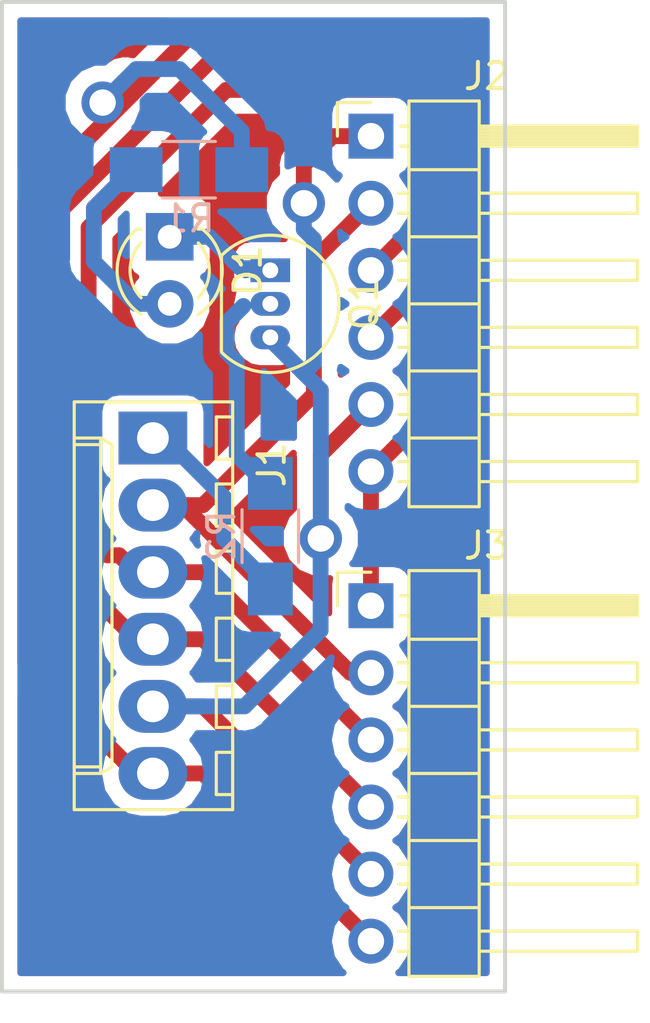
<source format=kicad_pcb>
(kicad_pcb (version 20171130) (host pcbnew 5.0.0-rc2-dev-unknown-5e5e80d~64~ubuntu16.04.1)

  (general
    (thickness 1.6)
    (drawings 4)
    (tracks 101)
    (zones 0)
    (modules 7)
    (nets 10)
  )

  (page A4)
  (layers
    (0 F.Cu signal)
    (31 B.Cu signal)
    (32 B.Adhes user)
    (33 F.Adhes user)
    (34 B.Paste user)
    (35 F.Paste user)
    (36 B.SilkS user)
    (37 F.SilkS user)
    (38 B.Mask user)
    (39 F.Mask user)
    (40 Dwgs.User user)
    (41 Cmts.User user)
    (42 Eco1.User user)
    (43 Eco2.User user)
    (44 Edge.Cuts user)
    (45 Margin user)
    (46 B.CrtYd user)
    (47 F.CrtYd user)
    (48 B.Fab user)
    (49 F.Fab user)
  )

  (setup
    (last_trace_width 0.6)
    (trace_clearance 0.6)
    (zone_clearance 0.508)
    (zone_45_only no)
    (trace_min 0.2)
    (segment_width 0.2)
    (edge_width 0.15)
    (via_size 1.6)
    (via_drill 1)
    (via_min_size 0.4)
    (via_min_drill 0.3)
    (uvia_size 0.3)
    (uvia_drill 0.1)
    (uvias_allowed no)
    (uvia_min_size 0.2)
    (uvia_min_drill 0.1)
    (pcb_text_width 0.3)
    (pcb_text_size 1.5 1.5)
    (mod_edge_width 0.15)
    (mod_text_size 1 1)
    (mod_text_width 0.15)
    (pad_size 1.524 1.524)
    (pad_drill 0.762)
    (pad_to_mask_clearance 0.2)
    (aux_axis_origin 0 0)
    (visible_elements FFFFFF7F)
    (pcbplotparams
      (layerselection 0x01000_ffffffff)
      (usegerberextensions false)
      (usegerberattributes false)
      (usegerberadvancedattributes false)
      (creategerberjobfile false)
      (excludeedgelayer true)
      (linewidth 0.100000)
      (plotframeref false)
      (viasonmask false)
      (mode 1)
      (useauxorigin false)
      (hpglpennumber 1)
      (hpglpenspeed 20)
      (hpglpendiameter 15)
      (psnegative false)
      (psa4output false)
      (plotreference false)
      (plotvalue false)
      (plotinvisibletext false)
      (padsonsilk false)
      (subtractmaskfromsilk false)
      (outputformat 1)
      (mirror false)
      (drillshape 0)
      (scaleselection 1)
      (outputdirectory lpkf_1/))
  )

  (net 0 "")
  (net 1 3.3v)
  (net 2 gnd)
  (net 3 bclk)
  (net 4 dout)
  (net 5 lrcl)
  (net 6 "Net-(D1-Pad2)")
  (net 7 "Net-(D1-Pad1)")
  (net 8 "Net-(J1-Pad1)")
  (net 9 "Net-(Q1-Pad2)")

  (net_class Default "This is the default net class."
    (clearance 0.6)
    (trace_width 0.6)
    (via_dia 1.6)
    (via_drill 1)
    (uvia_dia 0.3)
    (uvia_drill 0.1)
    (add_net 3.3v)
    (add_net "Net-(D1-Pad1)")
    (add_net "Net-(D1-Pad2)")
    (add_net "Net-(J1-Pad1)")
    (add_net "Net-(Q1-Pad2)")
    (add_net bclk)
    (add_net dout)
    (add_net gnd)
    (add_net lrcl)
  )

  (module Pin_Headers:Pin_Header_Angled_1x06_Pitch2.54mm (layer F.Cu) (tedit 5AEA0816) (tstamp 5AEA0DF4)
    (at 171.45 95.25)
    (descr "Through hole angled pin header, 1x06, 2.54mm pitch, 6mm pin length, single row")
    (tags "Through hole angled pin header THT 1x06 2.54mm single row")
    (path /5AEA00EA)
    (fp_text reference J2 (at 4.385 -2.27) (layer F.SilkS)
      (effects (font (size 1 1) (thickness 0.15)))
    )
    (fp_text value Esquerdo (at 4.385 14.97) (layer F.Fab)
      (effects (font (size 1 1) (thickness 0.15)))
    )
    (fp_line (start 2.135 -1.27) (end 4.04 -1.27) (layer F.Fab) (width 0.1))
    (fp_line (start 4.04 -1.27) (end 4.04 13.97) (layer F.Fab) (width 0.1))
    (fp_line (start 4.04 13.97) (end 1.5 13.97) (layer F.Fab) (width 0.1))
    (fp_line (start 1.5 13.97) (end 1.5 -0.635) (layer F.Fab) (width 0.1))
    (fp_line (start 1.5 -0.635) (end 2.135 -1.27) (layer F.Fab) (width 0.1))
    (fp_line (start -0.32 -0.32) (end 1.5 -0.32) (layer F.Fab) (width 0.1))
    (fp_line (start -0.32 -0.32) (end -0.32 0.32) (layer F.Fab) (width 0.1))
    (fp_line (start -0.32 0.32) (end 1.5 0.32) (layer F.Fab) (width 0.1))
    (fp_line (start 4.04 -0.32) (end 10.04 -0.32) (layer F.Fab) (width 0.1))
    (fp_line (start 10.04 -0.32) (end 10.04 0.32) (layer F.Fab) (width 0.1))
    (fp_line (start 4.04 0.32) (end 10.04 0.32) (layer F.Fab) (width 0.1))
    (fp_line (start -0.32 2.22) (end 1.5 2.22) (layer F.Fab) (width 0.1))
    (fp_line (start -0.32 2.22) (end -0.32 2.86) (layer F.Fab) (width 0.1))
    (fp_line (start -0.32 2.86) (end 1.5 2.86) (layer F.Fab) (width 0.1))
    (fp_line (start 4.04 2.22) (end 10.04 2.22) (layer F.Fab) (width 0.1))
    (fp_line (start 10.04 2.22) (end 10.04 2.86) (layer F.Fab) (width 0.1))
    (fp_line (start 4.04 2.86) (end 10.04 2.86) (layer F.Fab) (width 0.1))
    (fp_line (start -0.32 4.76) (end 1.5 4.76) (layer F.Fab) (width 0.1))
    (fp_line (start -0.32 4.76) (end -0.32 5.4) (layer F.Fab) (width 0.1))
    (fp_line (start -0.32 5.4) (end 1.5 5.4) (layer F.Fab) (width 0.1))
    (fp_line (start 4.04 4.76) (end 10.04 4.76) (layer F.Fab) (width 0.1))
    (fp_line (start 10.04 4.76) (end 10.04 5.4) (layer F.Fab) (width 0.1))
    (fp_line (start 4.04 5.4) (end 10.04 5.4) (layer F.Fab) (width 0.1))
    (fp_line (start -0.32 7.3) (end 1.5 7.3) (layer F.Fab) (width 0.1))
    (fp_line (start -0.32 7.3) (end -0.32 7.94) (layer F.Fab) (width 0.1))
    (fp_line (start -0.32 7.94) (end 1.5 7.94) (layer F.Fab) (width 0.1))
    (fp_line (start 4.04 7.3) (end 10.04 7.3) (layer F.Fab) (width 0.1))
    (fp_line (start 10.04 7.3) (end 10.04 7.94) (layer F.Fab) (width 0.1))
    (fp_line (start 4.04 7.94) (end 10.04 7.94) (layer F.Fab) (width 0.1))
    (fp_line (start -0.32 9.84) (end 1.5 9.84) (layer F.Fab) (width 0.1))
    (fp_line (start -0.32 9.84) (end -0.32 10.48) (layer F.Fab) (width 0.1))
    (fp_line (start -0.32 10.48) (end 1.5 10.48) (layer F.Fab) (width 0.1))
    (fp_line (start 4.04 9.84) (end 10.04 9.84) (layer F.Fab) (width 0.1))
    (fp_line (start 10.04 9.84) (end 10.04 10.48) (layer F.Fab) (width 0.1))
    (fp_line (start 4.04 10.48) (end 10.04 10.48) (layer F.Fab) (width 0.1))
    (fp_line (start -0.32 12.38) (end 1.5 12.38) (layer F.Fab) (width 0.1))
    (fp_line (start -0.32 12.38) (end -0.32 13.02) (layer F.Fab) (width 0.1))
    (fp_line (start -0.32 13.02) (end 1.5 13.02) (layer F.Fab) (width 0.1))
    (fp_line (start 4.04 12.38) (end 10.04 12.38) (layer F.Fab) (width 0.1))
    (fp_line (start 10.04 12.38) (end 10.04 13.02) (layer F.Fab) (width 0.1))
    (fp_line (start 4.04 13.02) (end 10.04 13.02) (layer F.Fab) (width 0.1))
    (fp_line (start 1.44 -1.33) (end 1.44 14.03) (layer F.SilkS) (width 0.12))
    (fp_line (start 1.44 14.03) (end 4.1 14.03) (layer F.SilkS) (width 0.12))
    (fp_line (start 4.1 14.03) (end 4.1 -1.33) (layer F.SilkS) (width 0.12))
    (fp_line (start 4.1 -1.33) (end 1.44 -1.33) (layer F.SilkS) (width 0.12))
    (fp_line (start 4.1 -0.38) (end 10.1 -0.38) (layer F.SilkS) (width 0.12))
    (fp_line (start 10.1 -0.38) (end 10.1 0.38) (layer F.SilkS) (width 0.12))
    (fp_line (start 10.1 0.38) (end 4.1 0.38) (layer F.SilkS) (width 0.12))
    (fp_line (start 4.1 -0.32) (end 10.1 -0.32) (layer F.SilkS) (width 0.12))
    (fp_line (start 4.1 -0.2) (end 10.1 -0.2) (layer F.SilkS) (width 0.12))
    (fp_line (start 4.1 -0.08) (end 10.1 -0.08) (layer F.SilkS) (width 0.12))
    (fp_line (start 4.1 0.04) (end 10.1 0.04) (layer F.SilkS) (width 0.12))
    (fp_line (start 4.1 0.16) (end 10.1 0.16) (layer F.SilkS) (width 0.12))
    (fp_line (start 4.1 0.28) (end 10.1 0.28) (layer F.SilkS) (width 0.12))
    (fp_line (start 1.11 -0.38) (end 1.44 -0.38) (layer F.SilkS) (width 0.12))
    (fp_line (start 1.11 0.38) (end 1.44 0.38) (layer F.SilkS) (width 0.12))
    (fp_line (start 1.44 1.27) (end 4.1 1.27) (layer F.SilkS) (width 0.12))
    (fp_line (start 4.1 2.16) (end 10.1 2.16) (layer F.SilkS) (width 0.12))
    (fp_line (start 10.1 2.16) (end 10.1 2.92) (layer F.SilkS) (width 0.12))
    (fp_line (start 10.1 2.92) (end 4.1 2.92) (layer F.SilkS) (width 0.12))
    (fp_line (start 1.042929 2.16) (end 1.44 2.16) (layer F.SilkS) (width 0.12))
    (fp_line (start 1.042929 2.92) (end 1.44 2.92) (layer F.SilkS) (width 0.12))
    (fp_line (start 1.44 3.81) (end 4.1 3.81) (layer F.SilkS) (width 0.12))
    (fp_line (start 4.1 4.7) (end 10.1 4.7) (layer F.SilkS) (width 0.12))
    (fp_line (start 10.1 4.7) (end 10.1 5.46) (layer F.SilkS) (width 0.12))
    (fp_line (start 10.1 5.46) (end 4.1 5.46) (layer F.SilkS) (width 0.12))
    (fp_line (start 1.042929 4.7) (end 1.44 4.7) (layer F.SilkS) (width 0.12))
    (fp_line (start 1.042929 5.46) (end 1.44 5.46) (layer F.SilkS) (width 0.12))
    (fp_line (start 1.44 6.35) (end 4.1 6.35) (layer F.SilkS) (width 0.12))
    (fp_line (start 4.1 7.24) (end 10.1 7.24) (layer F.SilkS) (width 0.12))
    (fp_line (start 10.1 7.24) (end 10.1 8) (layer F.SilkS) (width 0.12))
    (fp_line (start 10.1 8) (end 4.1 8) (layer F.SilkS) (width 0.12))
    (fp_line (start 1.042929 7.24) (end 1.44 7.24) (layer F.SilkS) (width 0.12))
    (fp_line (start 1.042929 8) (end 1.44 8) (layer F.SilkS) (width 0.12))
    (fp_line (start 1.44 8.89) (end 4.1 8.89) (layer F.SilkS) (width 0.12))
    (fp_line (start 4.1 9.78) (end 10.1 9.78) (layer F.SilkS) (width 0.12))
    (fp_line (start 10.1 9.78) (end 10.1 10.54) (layer F.SilkS) (width 0.12))
    (fp_line (start 10.1 10.54) (end 4.1 10.54) (layer F.SilkS) (width 0.12))
    (fp_line (start 1.042929 9.78) (end 1.44 9.78) (layer F.SilkS) (width 0.12))
    (fp_line (start 1.042929 10.54) (end 1.44 10.54) (layer F.SilkS) (width 0.12))
    (fp_line (start 1.44 11.43) (end 4.1 11.43) (layer F.SilkS) (width 0.12))
    (fp_line (start 4.1 12.32) (end 10.1 12.32) (layer F.SilkS) (width 0.12))
    (fp_line (start 10.1 12.32) (end 10.1 13.08) (layer F.SilkS) (width 0.12))
    (fp_line (start 10.1 13.08) (end 4.1 13.08) (layer F.SilkS) (width 0.12))
    (fp_line (start 1.042929 12.32) (end 1.44 12.32) (layer F.SilkS) (width 0.12))
    (fp_line (start 1.042929 13.08) (end 1.44 13.08) (layer F.SilkS) (width 0.12))
    (fp_line (start -1.27 0) (end -1.27 -1.27) (layer F.SilkS) (width 0.12))
    (fp_line (start -1.27 -1.27) (end 0 -1.27) (layer F.SilkS) (width 0.12))
    (fp_line (start -1.8 -1.8) (end -1.8 14.5) (layer F.CrtYd) (width 0.05))
    (fp_line (start -1.8 14.5) (end 10.55 14.5) (layer F.CrtYd) (width 0.05))
    (fp_line (start 10.55 14.5) (end 10.55 -1.8) (layer F.CrtYd) (width 0.05))
    (fp_line (start 10.55 -1.8) (end -1.8 -1.8) (layer F.CrtYd) (width 0.05))
    (fp_text user %R (at 2.77 6.35 90) (layer F.Fab)
      (effects (font (size 1 1) (thickness 0.15)))
    )
    (pad 1 thru_hole rect (at 0 0) (size 1.7 1.7) (drill 1) (layers *.Cu *.Mask)
      (net 2 gnd))
    (pad 2 thru_hole oval (at 0 2.54) (size 1.7 1.7) (drill 1) (layers *.Cu *.Mask)
      (net 5 lrcl))
    (pad 3 thru_hole oval (at 0 5.08) (size 1.7 1.7) (drill 1) (layers *.Cu *.Mask)
      (net 4 dout))
    (pad 4 thru_hole oval (at 0 7.62) (size 1.7 1.7) (drill 1) (layers *.Cu *.Mask)
      (net 3 bclk))
    (pad 5 thru_hole oval (at 0 10.16) (size 1.7 1.7) (drill 1) (layers *.Cu *.Mask)
      (net 2 gnd))
    (pad 6 thru_hole oval (at 0 12.7) (size 1.7 1.7) (drill 1) (layers *.Cu *.Mask)
      (net 1 3.3v))
    (model ${KISYS3DMOD}/Pin_Headers.3dshapes/Pin_Header_Angled_1x06_Pitch2.54mm.wrl
      (at (xyz 0 0 0))
      (scale (xyz 1 1 1))
      (rotate (xyz 0 0 0))
    )
  )

  (module TO_SOT_Packages_THT:TO-92_Inline_Narrow_Oval (layer F.Cu) (tedit 58CE52AF) (tstamp 5AED9EB5)
    (at 167.64 100.33 270)
    (descr "TO-92 leads in-line, narrow, oval pads, drill 0.6mm (see NXP sot054_po.pdf)")
    (tags "to-92 sc-43 sc-43a sot54 PA33 transistor")
    (path /5AED99AB)
    (fp_text reference Q1 (at 1.27 -3.56 270) (layer F.SilkS)
      (effects (font (size 1 1) (thickness 0.15)))
    )
    (fp_text value BC548 (at 1.27 2.79 270) (layer F.Fab)
      (effects (font (size 1 1) (thickness 0.15)))
    )
    (fp_arc (start 1.27 0) (end 1.27 -2.6) (angle 135) (layer F.SilkS) (width 0.12))
    (fp_arc (start 1.27 0) (end 1.27 -2.48) (angle -135) (layer F.Fab) (width 0.1))
    (fp_arc (start 1.27 0) (end 1.27 -2.6) (angle -135) (layer F.SilkS) (width 0.12))
    (fp_arc (start 1.27 0) (end 1.27 -2.48) (angle 135) (layer F.Fab) (width 0.1))
    (fp_line (start 4 2.01) (end -1.46 2.01) (layer F.CrtYd) (width 0.05))
    (fp_line (start 4 2.01) (end 4 -2.73) (layer F.CrtYd) (width 0.05))
    (fp_line (start -1.46 -2.73) (end -1.46 2.01) (layer F.CrtYd) (width 0.05))
    (fp_line (start -1.46 -2.73) (end 4 -2.73) (layer F.CrtYd) (width 0.05))
    (fp_line (start -0.5 1.75) (end 3 1.75) (layer F.Fab) (width 0.1))
    (fp_line (start -0.53 1.85) (end 3.07 1.85) (layer F.SilkS) (width 0.12))
    (fp_text user %R (at 1.27 -3.56 270) (layer F.Fab)
      (effects (font (size 1 1) (thickness 0.15)))
    )
    (pad 1 thru_hole rect (at 0 0 90) (size 0.9 1.5) (drill 0.6) (layers *.Cu *.Mask)
      (net 7 "Net-(D1-Pad1)"))
    (pad 3 thru_hole oval (at 2.54 0 90) (size 0.9 1.5) (drill 0.6) (layers *.Cu *.Mask)
      (net 2 gnd))
    (pad 2 thru_hole oval (at 1.27 0 90) (size 0.9 1.5) (drill 0.6) (layers *.Cu *.Mask)
      (net 9 "Net-(Q1-Pad2)"))
    (model ${KISYS3DMOD}/TO_SOT_Packages_THT.3dshapes/TO-92_Inline_Narrow_Oval.wrl
      (offset (xyz 1.269999980926514 0 0))
      (scale (xyz 1 1 1))
      (rotate (xyz 0 0 -90))
    )
  )

  (module Pin_Headers:Pin_Header_Angled_1x06_Pitch2.54mm (layer F.Cu) (tedit 59650532) (tstamp 5AEA0733)
    (at 171.45 113.03)
    (descr "Through hole angled pin header, 1x06, 2.54mm pitch, 6mm pin length, single row")
    (tags "Through hole angled pin header THT 1x06 2.54mm single row")
    (path /5AEA00A4)
    (fp_text reference J3 (at 4.385 -2.27) (layer F.SilkS)
      (effects (font (size 1 1) (thickness 0.15)))
    )
    (fp_text value Direito (at 4.385 14.97) (layer F.Fab)
      (effects (font (size 1 1) (thickness 0.15)))
    )
    (fp_text user %R (at 2.77 6.35 90) (layer F.Fab)
      (effects (font (size 1 1) (thickness 0.15)))
    )
    (fp_line (start 10.55 -1.8) (end -1.8 -1.8) (layer F.CrtYd) (width 0.05))
    (fp_line (start 10.55 14.5) (end 10.55 -1.8) (layer F.CrtYd) (width 0.05))
    (fp_line (start -1.8 14.5) (end 10.55 14.5) (layer F.CrtYd) (width 0.05))
    (fp_line (start -1.8 -1.8) (end -1.8 14.5) (layer F.CrtYd) (width 0.05))
    (fp_line (start -1.27 -1.27) (end 0 -1.27) (layer F.SilkS) (width 0.12))
    (fp_line (start -1.27 0) (end -1.27 -1.27) (layer F.SilkS) (width 0.12))
    (fp_line (start 1.042929 13.08) (end 1.44 13.08) (layer F.SilkS) (width 0.12))
    (fp_line (start 1.042929 12.32) (end 1.44 12.32) (layer F.SilkS) (width 0.12))
    (fp_line (start 10.1 13.08) (end 4.1 13.08) (layer F.SilkS) (width 0.12))
    (fp_line (start 10.1 12.32) (end 10.1 13.08) (layer F.SilkS) (width 0.12))
    (fp_line (start 4.1 12.32) (end 10.1 12.32) (layer F.SilkS) (width 0.12))
    (fp_line (start 1.44 11.43) (end 4.1 11.43) (layer F.SilkS) (width 0.12))
    (fp_line (start 1.042929 10.54) (end 1.44 10.54) (layer F.SilkS) (width 0.12))
    (fp_line (start 1.042929 9.78) (end 1.44 9.78) (layer F.SilkS) (width 0.12))
    (fp_line (start 10.1 10.54) (end 4.1 10.54) (layer F.SilkS) (width 0.12))
    (fp_line (start 10.1 9.78) (end 10.1 10.54) (layer F.SilkS) (width 0.12))
    (fp_line (start 4.1 9.78) (end 10.1 9.78) (layer F.SilkS) (width 0.12))
    (fp_line (start 1.44 8.89) (end 4.1 8.89) (layer F.SilkS) (width 0.12))
    (fp_line (start 1.042929 8) (end 1.44 8) (layer F.SilkS) (width 0.12))
    (fp_line (start 1.042929 7.24) (end 1.44 7.24) (layer F.SilkS) (width 0.12))
    (fp_line (start 10.1 8) (end 4.1 8) (layer F.SilkS) (width 0.12))
    (fp_line (start 10.1 7.24) (end 10.1 8) (layer F.SilkS) (width 0.12))
    (fp_line (start 4.1 7.24) (end 10.1 7.24) (layer F.SilkS) (width 0.12))
    (fp_line (start 1.44 6.35) (end 4.1 6.35) (layer F.SilkS) (width 0.12))
    (fp_line (start 1.042929 5.46) (end 1.44 5.46) (layer F.SilkS) (width 0.12))
    (fp_line (start 1.042929 4.7) (end 1.44 4.7) (layer F.SilkS) (width 0.12))
    (fp_line (start 10.1 5.46) (end 4.1 5.46) (layer F.SilkS) (width 0.12))
    (fp_line (start 10.1 4.7) (end 10.1 5.46) (layer F.SilkS) (width 0.12))
    (fp_line (start 4.1 4.7) (end 10.1 4.7) (layer F.SilkS) (width 0.12))
    (fp_line (start 1.44 3.81) (end 4.1 3.81) (layer F.SilkS) (width 0.12))
    (fp_line (start 1.042929 2.92) (end 1.44 2.92) (layer F.SilkS) (width 0.12))
    (fp_line (start 1.042929 2.16) (end 1.44 2.16) (layer F.SilkS) (width 0.12))
    (fp_line (start 10.1 2.92) (end 4.1 2.92) (layer F.SilkS) (width 0.12))
    (fp_line (start 10.1 2.16) (end 10.1 2.92) (layer F.SilkS) (width 0.12))
    (fp_line (start 4.1 2.16) (end 10.1 2.16) (layer F.SilkS) (width 0.12))
    (fp_line (start 1.44 1.27) (end 4.1 1.27) (layer F.SilkS) (width 0.12))
    (fp_line (start 1.11 0.38) (end 1.44 0.38) (layer F.SilkS) (width 0.12))
    (fp_line (start 1.11 -0.38) (end 1.44 -0.38) (layer F.SilkS) (width 0.12))
    (fp_line (start 4.1 0.28) (end 10.1 0.28) (layer F.SilkS) (width 0.12))
    (fp_line (start 4.1 0.16) (end 10.1 0.16) (layer F.SilkS) (width 0.12))
    (fp_line (start 4.1 0.04) (end 10.1 0.04) (layer F.SilkS) (width 0.12))
    (fp_line (start 4.1 -0.08) (end 10.1 -0.08) (layer F.SilkS) (width 0.12))
    (fp_line (start 4.1 -0.2) (end 10.1 -0.2) (layer F.SilkS) (width 0.12))
    (fp_line (start 4.1 -0.32) (end 10.1 -0.32) (layer F.SilkS) (width 0.12))
    (fp_line (start 10.1 0.38) (end 4.1 0.38) (layer F.SilkS) (width 0.12))
    (fp_line (start 10.1 -0.38) (end 10.1 0.38) (layer F.SilkS) (width 0.12))
    (fp_line (start 4.1 -0.38) (end 10.1 -0.38) (layer F.SilkS) (width 0.12))
    (fp_line (start 4.1 -1.33) (end 1.44 -1.33) (layer F.SilkS) (width 0.12))
    (fp_line (start 4.1 14.03) (end 4.1 -1.33) (layer F.SilkS) (width 0.12))
    (fp_line (start 1.44 14.03) (end 4.1 14.03) (layer F.SilkS) (width 0.12))
    (fp_line (start 1.44 -1.33) (end 1.44 14.03) (layer F.SilkS) (width 0.12))
    (fp_line (start 4.04 13.02) (end 10.04 13.02) (layer F.Fab) (width 0.1))
    (fp_line (start 10.04 12.38) (end 10.04 13.02) (layer F.Fab) (width 0.1))
    (fp_line (start 4.04 12.38) (end 10.04 12.38) (layer F.Fab) (width 0.1))
    (fp_line (start -0.32 13.02) (end 1.5 13.02) (layer F.Fab) (width 0.1))
    (fp_line (start -0.32 12.38) (end -0.32 13.02) (layer F.Fab) (width 0.1))
    (fp_line (start -0.32 12.38) (end 1.5 12.38) (layer F.Fab) (width 0.1))
    (fp_line (start 4.04 10.48) (end 10.04 10.48) (layer F.Fab) (width 0.1))
    (fp_line (start 10.04 9.84) (end 10.04 10.48) (layer F.Fab) (width 0.1))
    (fp_line (start 4.04 9.84) (end 10.04 9.84) (layer F.Fab) (width 0.1))
    (fp_line (start -0.32 10.48) (end 1.5 10.48) (layer F.Fab) (width 0.1))
    (fp_line (start -0.32 9.84) (end -0.32 10.48) (layer F.Fab) (width 0.1))
    (fp_line (start -0.32 9.84) (end 1.5 9.84) (layer F.Fab) (width 0.1))
    (fp_line (start 4.04 7.94) (end 10.04 7.94) (layer F.Fab) (width 0.1))
    (fp_line (start 10.04 7.3) (end 10.04 7.94) (layer F.Fab) (width 0.1))
    (fp_line (start 4.04 7.3) (end 10.04 7.3) (layer F.Fab) (width 0.1))
    (fp_line (start -0.32 7.94) (end 1.5 7.94) (layer F.Fab) (width 0.1))
    (fp_line (start -0.32 7.3) (end -0.32 7.94) (layer F.Fab) (width 0.1))
    (fp_line (start -0.32 7.3) (end 1.5 7.3) (layer F.Fab) (width 0.1))
    (fp_line (start 4.04 5.4) (end 10.04 5.4) (layer F.Fab) (width 0.1))
    (fp_line (start 10.04 4.76) (end 10.04 5.4) (layer F.Fab) (width 0.1))
    (fp_line (start 4.04 4.76) (end 10.04 4.76) (layer F.Fab) (width 0.1))
    (fp_line (start -0.32 5.4) (end 1.5 5.4) (layer F.Fab) (width 0.1))
    (fp_line (start -0.32 4.76) (end -0.32 5.4) (layer F.Fab) (width 0.1))
    (fp_line (start -0.32 4.76) (end 1.5 4.76) (layer F.Fab) (width 0.1))
    (fp_line (start 4.04 2.86) (end 10.04 2.86) (layer F.Fab) (width 0.1))
    (fp_line (start 10.04 2.22) (end 10.04 2.86) (layer F.Fab) (width 0.1))
    (fp_line (start 4.04 2.22) (end 10.04 2.22) (layer F.Fab) (width 0.1))
    (fp_line (start -0.32 2.86) (end 1.5 2.86) (layer F.Fab) (width 0.1))
    (fp_line (start -0.32 2.22) (end -0.32 2.86) (layer F.Fab) (width 0.1))
    (fp_line (start -0.32 2.22) (end 1.5 2.22) (layer F.Fab) (width 0.1))
    (fp_line (start 4.04 0.32) (end 10.04 0.32) (layer F.Fab) (width 0.1))
    (fp_line (start 10.04 -0.32) (end 10.04 0.32) (layer F.Fab) (width 0.1))
    (fp_line (start 4.04 -0.32) (end 10.04 -0.32) (layer F.Fab) (width 0.1))
    (fp_line (start -0.32 0.32) (end 1.5 0.32) (layer F.Fab) (width 0.1))
    (fp_line (start -0.32 -0.32) (end -0.32 0.32) (layer F.Fab) (width 0.1))
    (fp_line (start -0.32 -0.32) (end 1.5 -0.32) (layer F.Fab) (width 0.1))
    (fp_line (start 1.5 -0.635) (end 2.135 -1.27) (layer F.Fab) (width 0.1))
    (fp_line (start 1.5 13.97) (end 1.5 -0.635) (layer F.Fab) (width 0.1))
    (fp_line (start 4.04 13.97) (end 1.5 13.97) (layer F.Fab) (width 0.1))
    (fp_line (start 4.04 -1.27) (end 4.04 13.97) (layer F.Fab) (width 0.1))
    (fp_line (start 2.135 -1.27) (end 4.04 -1.27) (layer F.Fab) (width 0.1))
    (pad 6 thru_hole oval (at 0 12.7) (size 1.7 1.7) (drill 1) (layers *.Cu *.Mask)
      (net 1 3.3v))
    (pad 5 thru_hole oval (at 0 10.16) (size 1.7 1.7) (drill 1) (layers *.Cu *.Mask)
      (net 2 gnd))
    (pad 4 thru_hole oval (at 0 7.62) (size 1.7 1.7) (drill 1) (layers *.Cu *.Mask)
      (net 3 bclk))
    (pad 3 thru_hole oval (at 0 5.08) (size 1.7 1.7) (drill 1) (layers *.Cu *.Mask)
      (net 4 dout))
    (pad 2 thru_hole oval (at 0 2.54) (size 1.7 1.7) (drill 1) (layers *.Cu *.Mask)
      (net 5 lrcl))
    (pad 1 thru_hole rect (at 0 0) (size 1.7 1.7) (drill 1) (layers *.Cu *.Mask)
      (net 1 3.3v))
    (model ${KISYS3DMOD}/Pin_Headers.3dshapes/Pin_Header_Angled_1x06_Pitch2.54mm.wrl
      (at (xyz 0 0 0))
      (scale (xyz 1 1 1))
      (rotate (xyz 0 0 0))
    )
  )

  (module LEDs:LED_D3.0mm (layer F.Cu) (tedit 587A3A7B) (tstamp 5AED9A90)
    (at 163.83 99.06 270)
    (descr "LED, diameter 3.0mm, 2 pins")
    (tags "LED diameter 3.0mm 2 pins")
    (path /5AECD9B1)
    (fp_text reference D1 (at 1.27 -2.96 270) (layer F.SilkS)
      (effects (font (size 1 1) (thickness 0.15)))
    )
    (fp_text value LED (at 1.27 2.96 270) (layer F.Fab)
      (effects (font (size 1 1) (thickness 0.15)))
    )
    (fp_line (start 3.7 -2.25) (end -1.15 -2.25) (layer F.CrtYd) (width 0.05))
    (fp_line (start 3.7 2.25) (end 3.7 -2.25) (layer F.CrtYd) (width 0.05))
    (fp_line (start -1.15 2.25) (end 3.7 2.25) (layer F.CrtYd) (width 0.05))
    (fp_line (start -1.15 -2.25) (end -1.15 2.25) (layer F.CrtYd) (width 0.05))
    (fp_line (start -0.29 1.08) (end -0.29 1.236) (layer F.SilkS) (width 0.12))
    (fp_line (start -0.29 -1.236) (end -0.29 -1.08) (layer F.SilkS) (width 0.12))
    (fp_line (start -0.23 -1.16619) (end -0.23 1.16619) (layer F.Fab) (width 0.1))
    (fp_circle (center 1.27 0) (end 2.77 0) (layer F.Fab) (width 0.1))
    (fp_arc (start 1.27 0) (end 0.229039 1.08) (angle -87.9) (layer F.SilkS) (width 0.12))
    (fp_arc (start 1.27 0) (end 0.229039 -1.08) (angle 87.9) (layer F.SilkS) (width 0.12))
    (fp_arc (start 1.27 0) (end -0.29 1.235516) (angle -108.8) (layer F.SilkS) (width 0.12))
    (fp_arc (start 1.27 0) (end -0.29 -1.235516) (angle 108.8) (layer F.SilkS) (width 0.12))
    (fp_arc (start 1.27 0) (end -0.23 -1.16619) (angle 284.3) (layer F.Fab) (width 0.1))
    (pad 2 thru_hole circle (at 2.54 0 270) (size 1.8 1.8) (drill 0.9) (layers *.Cu *.Mask)
      (net 6 "Net-(D1-Pad2)"))
    (pad 1 thru_hole rect (at 0 0 270) (size 1.8 1.8) (drill 0.9) (layers *.Cu *.Mask)
      (net 7 "Net-(D1-Pad1)"))
    (model ${KISYS3DMOD}/LEDs.3dshapes/LED_D3.0mm.wrl
      (at (xyz 0 0 0))
      (scale (xyz 0.393701 0.393701 0.393701))
      (rotate (xyz 0 0 0))
    )
  )

  (module Resistors_SMD:R_1206_HandSoldering (layer B.Cu) (tedit 5AED987B) (tstamp 5AEDAE42)
    (at 164.56 96.52)
    (descr "Resistor SMD 1206, hand soldering")
    (tags "resistor 1206")
    (path /5AECE167)
    (attr smd)
    (fp_text reference R1 (at 0 1.85) (layer B.SilkS)
      (effects (font (size 1 1) (thickness 0.15)) (justify mirror))
    )
    (fp_text value 100 (at 0 -1.9) (layer B.Fab)
      (effects (font (size 1 1) (thickness 0.15)) (justify mirror))
    )
    (fp_line (start 3.25 -1.1) (end -3.25 -1.1) (layer B.CrtYd) (width 0.05))
    (fp_line (start 3.25 -1.1) (end 3.25 1.11) (layer B.CrtYd) (width 0.05))
    (fp_line (start -3.25 1.11) (end -3.25 -1.1) (layer B.CrtYd) (width 0.05))
    (fp_line (start -3.25 1.11) (end 3.25 1.11) (layer B.CrtYd) (width 0.05))
    (fp_line (start -1 1.07) (end 1 1.07) (layer B.SilkS) (width 0.12))
    (fp_line (start 1 -1.07) (end -1 -1.07) (layer B.SilkS) (width 0.12))
    (fp_line (start -1.6 0.8) (end 1.6 0.8) (layer B.Fab) (width 0.1))
    (fp_line (start 1.6 0.8) (end 1.6 -0.8) (layer B.Fab) (width 0.1))
    (fp_line (start 1.6 -0.8) (end -1.6 -0.8) (layer B.Fab) (width 0.1))
    (fp_line (start -1.6 -0.8) (end -1.6 0.8) (layer B.Fab) (width 0.1))
    (fp_text user %R (at 0 0) (layer B.Fab)
      (effects (font (size 0.7 0.7) (thickness 0.105)) (justify mirror))
    )
    (pad 2 smd rect (at 2 0) (size 2 1.7) (layers B.Cu B.Paste B.Mask)
      (net 1 3.3v))
    (pad 1 smd rect (at -2 0) (size 2 1.7) (layers B.Cu B.Paste B.Mask)
      (net 6 "Net-(D1-Pad2)"))
    (model ${KISYS3DMOD}/Resistors_SMD.3dshapes/R_1206.wrl
      (at (xyz 0 0 0))
      (scale (xyz 1 1 1))
      (rotate (xyz 0 0 0))
    )
  )

  (module Resistors_SMD:R_1206_HandSoldering (layer B.Cu) (tedit 5AED96C3) (tstamp 5AEDA9FA)
    (at 167.64 110.395 270)
    (descr "Resistor SMD 1206, hand soldering")
    (tags "resistor 1206")
    (path /5AEDC4DD)
    (attr smd)
    (fp_text reference R2 (at 0 1.85 270) (layer B.SilkS)
      (effects (font (size 1 1) (thickness 0.15)) (justify mirror))
    )
    (fp_text value 2700 (at 0 -1.9 270) (layer B.Fab)
      (effects (font (size 1 1) (thickness 0.15)) (justify mirror))
    )
    (fp_text user %R (at 0 0 270) (layer B.Fab)
      (effects (font (size 0.7 0.7) (thickness 0.105)) (justify mirror))
    )
    (fp_line (start -1.6 -0.8) (end -1.6 0.8) (layer B.Fab) (width 0.1))
    (fp_line (start 1.6 -0.8) (end -1.6 -0.8) (layer B.Fab) (width 0.1))
    (fp_line (start 1.6 0.8) (end 1.6 -0.8) (layer B.Fab) (width 0.1))
    (fp_line (start -1.6 0.8) (end 1.6 0.8) (layer B.Fab) (width 0.1))
    (fp_line (start 1 -1.07) (end -1 -1.07) (layer B.SilkS) (width 0.12))
    (fp_line (start -1 1.07) (end 1 1.07) (layer B.SilkS) (width 0.12))
    (fp_line (start -3.25 1.11) (end 3.25 1.11) (layer B.CrtYd) (width 0.05))
    (fp_line (start -3.25 1.11) (end -3.25 -1.1) (layer B.CrtYd) (width 0.05))
    (fp_line (start 3.25 -1.1) (end 3.25 1.11) (layer B.CrtYd) (width 0.05))
    (fp_line (start 3.25 -1.1) (end -3.25 -1.1) (layer B.CrtYd) (width 0.05))
    (pad 1 smd rect (at -2 0 270) (size 2 1.7) (layers B.Cu B.Paste B.Mask)
      (net 9 "Net-(Q1-Pad2)"))
    (pad 2 smd rect (at 2 0 270) (size 2 1.7) (layers B.Cu B.Paste B.Mask)
      (net 8 "Net-(J1-Pad1)"))
    (model ${KISYS3DMOD}/Resistors_SMD.3dshapes/R_1206.wrl
      (at (xyz 0 0 0))
      (scale (xyz 1 1 1))
      (rotate (xyz 0 0 0))
    )
  )

  (module Connectors_Molex:Molex_KK-6410-06_06x2.54mm_Straight (layer F.Cu) (tedit 58EE6EEB) (tstamp 5AEDB4F8)
    (at 163.195 106.68 270)
    (descr "Connector Headers with Friction Lock, 22-27-2061, http://www.molex.com/pdm_docs/sd/022272021_sd.pdf")
    (tags "connector molex kk_6410 22-27-2061")
    (path /5AECD865)
    (fp_text reference J1 (at 1 -4.5 270) (layer F.SilkS)
      (effects (font (size 1 1) (thickness 0.15)))
    )
    (fp_text value Conn_01x06 (at 6.35 4.5 270) (layer F.Fab)
      (effects (font (size 1 1) (thickness 0.15)))
    )
    (fp_text user %R (at 6.35 0 270) (layer F.Fab)
      (effects (font (size 1 1) (thickness 0.15)))
    )
    (fp_line (start 14.6 3.5) (end -1.9 3.5) (layer F.CrtYd) (width 0.05))
    (fp_line (start 14.6 -3.55) (end 14.6 3.5) (layer F.CrtYd) (width 0.05))
    (fp_line (start -1.9 -3.55) (end 14.6 -3.55) (layer F.CrtYd) (width 0.05))
    (fp_line (start -1.9 3.5) (end -1.9 -3.55) (layer F.CrtYd) (width 0.05))
    (fp_line (start 13.5 -2.4) (end 13.5 -3.02) (layer F.SilkS) (width 0.12))
    (fp_line (start 11.9 -2.4) (end 13.5 -2.4) (layer F.SilkS) (width 0.12))
    (fp_line (start 11.9 -3.02) (end 11.9 -2.4) (layer F.SilkS) (width 0.12))
    (fp_line (start 10.96 -2.4) (end 10.96 -3.02) (layer F.SilkS) (width 0.12))
    (fp_line (start 9.36 -2.4) (end 10.96 -2.4) (layer F.SilkS) (width 0.12))
    (fp_line (start 9.36 -3.02) (end 9.36 -2.4) (layer F.SilkS) (width 0.12))
    (fp_line (start 8.42 -2.4) (end 8.42 -3.02) (layer F.SilkS) (width 0.12))
    (fp_line (start 6.82 -2.4) (end 8.42 -2.4) (layer F.SilkS) (width 0.12))
    (fp_line (start 6.82 -3.02) (end 6.82 -2.4) (layer F.SilkS) (width 0.12))
    (fp_line (start 5.88 -2.4) (end 5.88 -3.02) (layer F.SilkS) (width 0.12))
    (fp_line (start 4.28 -2.4) (end 5.88 -2.4) (layer F.SilkS) (width 0.12))
    (fp_line (start 4.28 -3.02) (end 4.28 -2.4) (layer F.SilkS) (width 0.12))
    (fp_line (start 3.34 -2.4) (end 3.34 -3.02) (layer F.SilkS) (width 0.12))
    (fp_line (start 1.74 -2.4) (end 3.34 -2.4) (layer F.SilkS) (width 0.12))
    (fp_line (start 1.74 -3.02) (end 1.74 -2.4) (layer F.SilkS) (width 0.12))
    (fp_line (start 0.8 -2.4) (end 0.8 -3.02) (layer F.SilkS) (width 0.12))
    (fp_line (start -0.8 -2.4) (end 0.8 -2.4) (layer F.SilkS) (width 0.12))
    (fp_line (start -0.8 -3.02) (end -0.8 -2.4) (layer F.SilkS) (width 0.12))
    (fp_line (start 12.45 2.98) (end 12.45 1.98) (layer F.SilkS) (width 0.12))
    (fp_line (start 0.25 2.98) (end 0.25 1.98) (layer F.SilkS) (width 0.12))
    (fp_line (start 12.45 1.55) (end 12.7 1.98) (layer F.SilkS) (width 0.12))
    (fp_line (start 0.25 1.55) (end 12.45 1.55) (layer F.SilkS) (width 0.12))
    (fp_line (start 0 1.98) (end 0.25 1.55) (layer F.SilkS) (width 0.12))
    (fp_line (start 12.7 1.98) (end 12.7 2.98) (layer F.SilkS) (width 0.12))
    (fp_line (start 0 1.98) (end 12.7 1.98) (layer F.SilkS) (width 0.12))
    (fp_line (start 0 2.98) (end 0 1.98) (layer F.SilkS) (width 0.12))
    (fp_line (start 14.07 -3.02) (end -1.37 -3.02) (layer F.SilkS) (width 0.12))
    (fp_line (start 14.07 2.98) (end 14.07 -3.02) (layer F.SilkS) (width 0.12))
    (fp_line (start -1.37 2.98) (end 14.07 2.98) (layer F.SilkS) (width 0.12))
    (fp_line (start -1.37 -3.02) (end -1.37 2.98) (layer F.SilkS) (width 0.12))
    (fp_line (start 14.17 -3.12) (end -1.47 -3.12) (layer F.Fab) (width 0.12))
    (fp_line (start 14.17 3.08) (end 14.17 -3.12) (layer F.Fab) (width 0.12))
    (fp_line (start -1.47 3.08) (end 14.17 3.08) (layer F.Fab) (width 0.12))
    (fp_line (start -1.47 -3.12) (end -1.47 3.08) (layer F.Fab) (width 0.12))
    (pad 6 thru_hole oval (at 12.7 0 270) (size 2 2.6) (drill 1.2) (layers *.Cu *.Mask)
      (net 1 3.3v))
    (pad 5 thru_hole oval (at 10.16 0 270) (size 2 2.6) (drill 1.2) (layers *.Cu *.Mask)
      (net 2 gnd))
    (pad 4 thru_hole oval (at 7.62 0 270) (size 2 2.6) (drill 1.2) (layers *.Cu *.Mask)
      (net 3 bclk))
    (pad 3 thru_hole oval (at 5.08 0 270) (size 2 2.6) (drill 1.2) (layers *.Cu *.Mask)
      (net 4 dout))
    (pad 2 thru_hole oval (at 2.54 0 270) (size 2 2.6) (drill 1.2) (layers *.Cu *.Mask)
      (net 5 lrcl))
    (pad 1 thru_hole rect (at 0 0 270) (size 2 2.6) (drill 1.2) (layers *.Cu *.Mask)
      (net 8 "Net-(J1-Pad1)"))
    (model ${KISYS3DMOD}/Connectors_Molex.3dshapes/Molex_KK-6410-06_06x2.54mm_Straight.wrl
      (at (xyz 0 0 0))
      (scale (xyz 1 1 1))
      (rotate (xyz 0 0 0))
    )
  )

  (gr_line (start 157.48 127.635) (end 157.48 90.17) (layer Edge.Cuts) (width 0.15))
  (gr_line (start 176.53 127.635) (end 157.48 127.635) (layer Edge.Cuts) (width 0.15))
  (gr_line (start 176.53 90.17) (end 176.53 127.635) (layer Edge.Cuts) (width 0.15))
  (gr_line (start 157.48 90.17) (end 176.53 90.17) (layer Edge.Cuts) (width 0.15))

  (segment (start 165.1 119.38) (end 171.45 125.73) (width 0.6) (layer F.Cu) (net 1) (status 20))
  (segment (start 162.56 119.38) (end 165.1 119.38) (width 0.6) (layer F.Cu) (net 1))
  (segment (start 171.45 113.03) (end 171.45 107.95) (width 0.6) (layer F.Cu) (net 1) (status 30))
  (segment (start 173.200001 102.817069) (end 175.60002 100.41705) (width 0.6) (layer F.Cu) (net 1))
  (segment (start 175.600019 92.685877) (end 174.014121 91.099979) (width 0.6) (layer F.Cu) (net 1))
  (segment (start 174.014121 91.099979) (end 164.975878 91.09998) (width 0.6) (layer F.Cu) (net 1))
  (segment (start 175.60002 100.41705) (end 175.600019 92.685877) (width 0.6) (layer F.Cu) (net 1))
  (segment (start 161.710001 118.530001) (end 162.56 119.38) (width 0.6) (layer F.Cu) (net 1))
  (segment (start 158.359979 115.179979) (end 161.710001 118.530001) (width 0.6) (layer F.Cu) (net 1))
  (segment (start 158.359979 97.715879) (end 158.359979 115.179979) (width 0.6) (layer F.Cu) (net 1))
  (segment (start 166.56 95.07) (end 164.2 92.71) (width 0.6) (layer B.Cu) (net 1))
  (segment (start 166.56 96.52) (end 166.56 95.07) (width 0.6) (layer B.Cu) (net 1) (status 10))
  (segment (start 162.095858 93.515858) (end 162.56 93.515858) (width 0.6) (layer F.Cu) (net 1))
  (segment (start 162.56 93.515858) (end 158.359979 97.715879) (width 0.6) (layer F.Cu) (net 1))
  (segment (start 164.975878 91.09998) (end 162.56 93.515858) (width 0.6) (layer F.Cu) (net 1))
  (segment (start 173.200001 106.199999) (end 171.45 107.95) (width 0.6) (layer F.Cu) (net 1))
  (segment (start 173.200001 102.817069) (end 173.200001 106.199999) (width 0.6) (layer F.Cu) (net 1))
  (segment (start 164.2 92.71) (end 162.56 92.71) (width 0.6) (layer B.Cu) (net 1))
  (segment (start 162.56 92.71) (end 161.29 93.98) (width 0.6) (layer B.Cu) (net 1))
  (via (at 161.29 93.98) (size 1.6) (drill 1) (layers F.Cu B.Cu) (net 1))
  (segment (start 162.224143 93.180001) (end 162.56 93.515858) (width 0.6) (layer F.Cu) (net 1))
  (segment (start 162.089999 93.180001) (end 162.224143 93.180001) (width 0.6) (layer F.Cu) (net 1))
  (segment (start 161.29 93.98) (end 162.089999 93.180001) (width 0.6) (layer F.Cu) (net 1))
  (segment (start 165.1 116.84) (end 162.56 116.84) (width 0.6) (layer F.Cu) (net 2))
  (segment (start 171.45 123.19) (end 165.1 116.84) (width 0.6) (layer F.Cu) (net 2) (status 10))
  (segment (start 163.762081 116.84) (end 162.56 116.84) (width 0.6) (layer B.Cu) (net 2))
  (segment (start 168.91 96.34) (end 168.91 97.79) (width 0.6) (layer F.Cu) (net 2))
  (segment (start 169.29001 99.160008) (end 169.29001 103.84) (width 0.6) (layer B.Cu) (net 2))
  (segment (start 168.91 98.779998) (end 169.29001 99.160008) (width 0.6) (layer B.Cu) (net 2))
  (segment (start 169.29001 103.84) (end 168.91 104.22001) (width 0.6) (layer B.Cu) (net 2))
  (segment (start 168.91 97.79) (end 168.91 98.779998) (width 0.6) (layer B.Cu) (net 2))
  (segment (start 170 95.25) (end 168.91 96.34) (width 0.6) (layer F.Cu) (net 2))
  (segment (start 171.45 95.25) (end 170 95.25) (width 0.6) (layer F.Cu) (net 2) (status 10))
  (via (at 168.91 97.79) (size 1.6) (drill 1) (layers F.Cu B.Cu) (net 2))
  (segment (start 166.665002 116.84) (end 169.545 113.960002) (width 0.6) (layer B.Cu) (net 2))
  (segment (start 163.195 116.84) (end 166.665002 116.84) (width 0.6) (layer B.Cu) (net 2))
  (via (at 169.552605 110.483477) (size 1.6) (drill 1) (layers F.Cu B.Cu) (net 2))
  (segment (start 169.545 110.491082) (end 169.552605 110.483477) (width 0.6) (layer B.Cu) (net 2))
  (segment (start 169.545 113.960002) (end 169.545 110.491082) (width 0.6) (layer B.Cu) (net 2))
  (segment (start 169.552605 107.307395) (end 171.45 105.41) (width 0.6) (layer F.Cu) (net 2))
  (segment (start 169.552605 110.483477) (end 169.552605 107.307395) (width 0.6) (layer F.Cu) (net 2))
  (segment (start 169.552605 104.862615) (end 168.82999 104.14) (width 0.6) (layer B.Cu) (net 2))
  (segment (start 169.552605 110.483477) (end 169.552605 104.862615) (width 0.6) (layer B.Cu) (net 2))
  (segment (start 168.82999 104.14) (end 167.64 102.95001) (width 0.6) (layer B.Cu) (net 2))
  (segment (start 168.91 104.22001) (end 168.82999 104.14) (width 0.6) (layer B.Cu) (net 2))
  (segment (start 165.472939 92.299989) (end 159.559989 98.212939) (width 0.6) (layer F.Cu) (net 3))
  (segment (start 171.45 102.87) (end 174.40001 99.91999) (width 0.6) (layer F.Cu) (net 3) (status 10))
  (segment (start 174.40001 99.91999) (end 174.40001 93.182938) (width 0.6) (layer F.Cu) (net 3))
  (segment (start 174.40001 93.182938) (end 173.517061 92.299989) (width 0.6) (layer F.Cu) (net 3))
  (segment (start 173.517061 92.299989) (end 165.472939 92.299989) (width 0.6) (layer F.Cu) (net 3))
  (segment (start 159.559989 111.299989) (end 162.56 114.3) (width 0.6) (layer F.Cu) (net 3))
  (segment (start 159.559989 98.212939) (end 159.559989 111.299989) (width 0.6) (layer F.Cu) (net 3))
  (segment (start 165.1 114.3) (end 171.45 120.65) (width 0.6) (layer F.Cu) (net 3) (status 20))
  (segment (start 162.56 114.3) (end 165.1 114.3) (width 0.6) (layer F.Cu) (net 3))
  (segment (start 160.809999 108.250001) (end 160.809999 110.009999) (width 0.6) (layer F.Cu) (net 4))
  (segment (start 160.759999 108.200001) (end 160.809999 108.250001) (width 0.6) (layer F.Cu) (net 4))
  (segment (start 160.939999 98.529999) (end 160.759999 98.709999) (width 0.6) (layer F.Cu) (net 4))
  (segment (start 160.759999 98.709999) (end 160.759999 108.200001) (width 0.6) (layer F.Cu) (net 4))
  (segment (start 173.200001 93.679999) (end 173.020001 93.499999) (width 0.6) (layer F.Cu) (net 4))
  (segment (start 173.020001 93.499999) (end 165.969999 93.499999) (width 0.6) (layer F.Cu) (net 4))
  (segment (start 173.200001 98.579999) (end 173.200001 93.679999) (width 0.6) (layer F.Cu) (net 4))
  (segment (start 165.969999 93.499999) (end 160.759999 98.709999) (width 0.6) (layer F.Cu) (net 4))
  (segment (start 171.45 100.33) (end 173.200001 98.579999) (width 0.6) (layer F.Cu) (net 4))
  (segment (start 161.472991 111.12001) (end 161.066491 110.71351) (width 0.6) (layer F.Cu) (net 4))
  (segment (start 161.92001 111.12001) (end 161.472991 111.12001) (width 0.6) (layer F.Cu) (net 4))
  (segment (start 162.56 111.76) (end 161.92001 111.12001) (width 0.6) (layer F.Cu) (net 4))
  (segment (start 160.809999 110.009999) (end 161.066491 110.71351) (width 0.6) (layer F.Cu) (net 4))
  (segment (start 165.1 111.76) (end 171.45 118.11) (width 0.6) (layer F.Cu) (net 4))
  (segment (start 162.56 111.76) (end 165.1 111.76) (width 0.6) (layer F.Cu) (net 4))
  (segment (start 169.29001 99.94999) (end 169.29001 103.75999) (width 0.6) (layer F.Cu) (net 5))
  (segment (start 171.45 97.79) (end 169.29001 99.94999) (width 0.6) (layer F.Cu) (net 5) (status 10))
  (segment (start 164.319998 109.22) (end 163.762081 109.22) (width 0.6) (layer F.Cu) (net 5))
  (segment (start 163.762081 109.22) (end 162.56 109.22) (width 0.6) (layer F.Cu) (net 5))
  (segment (start 170.669998 115.57) (end 164.319998 109.22) (width 0.6) (layer F.Cu) (net 5) (status 10))
  (segment (start 171.45 115.57) (end 170.669998 115.57) (width 0.6) (layer F.Cu) (net 5) (status 30))
  (segment (start 169.29001 105.02499) (end 169.29001 103.75999) (width 0.6) (layer F.Cu) (net 5))
  (segment (start 165.095 109.22) (end 169.29001 105.02499) (width 0.6) (layer F.Cu) (net 5))
  (segment (start 163.195 109.22) (end 165.095 109.22) (width 0.6) (layer F.Cu) (net 5))
  (segment (start 162.41 96.52) (end 162.56 96.52) (width 0.6) (layer B.Cu) (net 6))
  (segment (start 160.96 97.97) (end 162.41 96.52) (width 0.6) (layer B.Cu) (net 6))
  (segment (start 160.96 100.002792) (end 160.96 97.97) (width 0.6) (layer B.Cu) (net 6))
  (segment (start 162.557208 101.6) (end 160.96 100.002792) (width 0.6) (layer B.Cu) (net 6))
  (segment (start 163.83 101.6) (end 162.557208 101.6) (width 0.6) (layer B.Cu) (net 6))
  (segment (start 166.780808 100.24999) (end 167.64 100.24999) (width 0.6) (layer B.Cu) (net 7) (status 20))
  (segment (start 166.700798 100.33) (end 166.780808 100.24999) (width 0.6) (layer B.Cu) (net 7))
  (segment (start 166.51999 100.24999) (end 166.780808 100.24999) (width 0.6) (layer B.Cu) (net 7))
  (segment (start 165.33 99.06) (end 166.51999 100.24999) (width 0.6) (layer B.Cu) (net 7))
  (segment (start 163.83 99.06) (end 165.33 99.06) (width 0.6) (layer B.Cu) (net 7))
  (segment (start 162.56 106.68) (end 164.01 106.68) (width 0.6) (layer B.Cu) (net 8) (status 10))
  (segment (start 167.64 112.245) (end 167.64 112.395) (width 0.6) (layer B.Cu) (net 8))
  (segment (start 165.889999 108.92798) (end 165.889999 110.494999) (width 0.6) (layer B.Cu) (net 8))
  (segment (start 165.889999 110.494999) (end 167.64 112.245) (width 0.6) (layer B.Cu) (net 8))
  (segment (start 164.282009 107.31999) (end 165.889999 108.92798) (width 0.6) (layer B.Cu) (net 8))
  (segment (start 163.83499 107.31999) (end 164.282009 107.31999) (width 0.6) (layer B.Cu) (net 8))
  (segment (start 163.195 106.68) (end 163.83499 107.31999) (width 0.6) (layer B.Cu) (net 8))
  (segment (start 165.98999 102.310808) (end 166.620797 101.680001) (width 0.6) (layer B.Cu) (net 9))
  (segment (start 165.98999 103.429192) (end 165.98999 102.310808) (width 0.6) (layer B.Cu) (net 9))
  (segment (start 167.45 108.395) (end 166.37 107.315) (width 0.6) (layer B.Cu) (net 9))
  (segment (start 166.37 103.809202) (end 165.98999 103.429192) (width 0.6) (layer B.Cu) (net 9))
  (segment (start 167.64 108.395) (end 167.45 108.395) (width 0.6) (layer B.Cu) (net 9))
  (segment (start 166.37 107.315) (end 166.37 103.809202) (width 0.6) (layer B.Cu) (net 9))

  (zone (net 0) (net_name "") (layer F.Cu) (tstamp 5AF04B4E) (hatch edge 0.508)
    (connect_pads (clearance 0.508))
    (min_thickness 0.254)
    (fill yes (arc_segments 16) (thermal_gap 0.508) (thermal_bridge_width 0.508))
    (polygon
      (pts
        (xy 157.48 90.17) (xy 176.53 90.17) (xy 176.53 127.635) (xy 157.48 127.635)
      )
    )
    (filled_polygon
      (pts
        (xy 161.055326 119.327723) (xy 161.055329 119.327725) (xy 161.140763 119.413159) (xy 161.268202 120.053842) (xy 161.649903 120.625097)
        (xy 162.221158 121.006798) (xy 162.724909 121.107) (xy 163.665091 121.107) (xy 164.168842 121.006798) (xy 164.740097 120.625097)
        (xy 164.801222 120.533618) (xy 169.867904 125.600301) (xy 169.842105 125.73) (xy 169.964499 126.345315) (xy 170.313047 126.866953)
        (xy 170.39992 126.925) (xy 158.19 126.925) (xy 158.19 116.462396)
      )
    )
    (filled_polygon
      (pts
        (xy 175.820001 126.925) (xy 172.50008 126.925) (xy 172.586953 126.866953) (xy 172.935501 126.345315) (xy 173.057895 125.73)
        (xy 172.935501 125.114685) (xy 172.586953 124.593047) (xy 172.387834 124.46) (xy 172.586953 124.326953) (xy 172.935501 123.805315)
        (xy 173.057895 123.19) (xy 172.935501 122.574685) (xy 172.586953 122.053047) (xy 172.387834 121.92) (xy 172.586953 121.786953)
        (xy 172.935501 121.265315) (xy 173.057895 120.65) (xy 172.935501 120.034685) (xy 172.586953 119.513047) (xy 172.387834 119.38)
        (xy 172.586953 119.246953) (xy 172.935501 118.725315) (xy 173.057895 118.11) (xy 172.935501 117.494685) (xy 172.586953 116.973047)
        (xy 172.387834 116.84) (xy 172.586953 116.706953) (xy 172.935501 116.185315) (xy 173.057895 115.57) (xy 172.935501 114.954685)
        (xy 172.646807 114.522625) (xy 172.824137 114.404137) (xy 172.984818 114.163661) (xy 173.041242 113.88) (xy 173.041242 112.18)
        (xy 172.984818 111.896339) (xy 172.824137 111.655863) (xy 172.583661 111.495182) (xy 172.477 111.473966) (xy 172.477 109.160421)
        (xy 172.586953 109.086953) (xy 172.935501 108.565315) (xy 173.057895 107.95) (xy 173.032096 107.8203) (xy 173.854673 106.997724)
        (xy 173.940427 106.940425) (xy 174.167414 106.600714) (xy 174.227001 106.301149) (xy 174.247121 106.2) (xy 174.227001 106.098851)
        (xy 174.227001 103.242465) (xy 175.82 101.649467)
      )
    )
    (filled_polygon
      (pts
        (xy 165.150536 118.342932) (xy 165.1 118.33288) (xy 164.998851 118.353) (xy 164.885825 118.353) (xy 164.740097 118.134903)
        (xy 164.702827 118.11) (xy 164.740097 118.085097) (xy 164.801222 117.993618)
      )
    )
    (filled_polygon
      (pts
        (xy 161.140763 114.33316) (xy 161.268202 114.973842) (xy 161.649903 115.545097) (xy 161.687173 115.57) (xy 161.649903 115.594903)
        (xy 161.268202 116.166158) (xy 161.190283 116.557886) (xy 159.386979 114.754583) (xy 159.386979 112.579375)
      )
    )
    (filled_polygon
      (pts
        (xy 165.150536 115.802932) (xy 165.1 115.79288) (xy 164.998851 115.813) (xy 164.885825 115.813) (xy 164.740097 115.594903)
        (xy 164.702827 115.57) (xy 164.740097 115.545097) (xy 164.801222 115.453618)
      )
    )
    (filled_polygon
      (pts
        (xy 168.505485 107.307395) (xy 168.525606 107.408549) (xy 168.525605 109.350973) (xy 168.258077 109.618501) (xy 168.025605 110.179738)
        (xy 168.025605 110.787216) (xy 168.258077 111.348453) (xy 168.687629 111.778005) (xy 169.248866 112.010477) (xy 169.856344 112.010477)
        (xy 169.895723 111.994166) (xy 169.858758 112.18) (xy 169.858758 113.306363) (xy 166.159895 109.607501) (xy 168.516779 107.250618)
      )
    )
    (filled_polygon
      (pts
        (xy 165.150536 113.262932) (xy 165.1 113.25288) (xy 164.998851 113.273) (xy 164.885825 113.273) (xy 164.740097 113.054903)
        (xy 164.702827 113.03) (xy 164.740097 113.005097) (xy 164.801222 112.913618)
      )
    )
    (filled_polygon
      (pts
        (xy 169.202275 94.595328) (xy 168.25533 95.542274) (xy 168.169574 95.599574) (xy 167.942587 95.939286) (xy 167.932415 95.990426)
        (xy 167.86288 96.34) (xy 167.883 96.44115) (xy 167.883 96.657496) (xy 167.615472 96.925024) (xy 167.383 97.486261)
        (xy 167.383 98.093739) (xy 167.615472 98.654976) (xy 168.045024 99.084528) (xy 168.175947 99.138758) (xy 166.89 99.138758)
        (xy 166.606339 99.195182) (xy 166.365863 99.355863) (xy 166.205182 99.596339) (xy 166.148758 99.88) (xy 166.148758 100.78)
        (xy 166.205182 101.063661) (xy 166.243994 101.121747) (xy 166.231291 101.140758) (xy 166.139942 101.6) (xy 166.231291 102.059242)
        (xy 166.348729 102.235) (xy 166.231291 102.410758) (xy 166.139942 102.87) (xy 166.231291 103.329242) (xy 166.491431 103.718569)
        (xy 166.880758 103.978709) (xy 167.22408 104.047) (xy 168.05592 104.047) (xy 168.263011 104.005807) (xy 168.26301 104.599593)
        (xy 165.236242 107.626362) (xy 165.236242 105.68) (xy 165.179818 105.396339) (xy 165.019137 105.155863) (xy 164.778661 104.995182)
        (xy 164.495 104.938758) (xy 161.895 104.938758) (xy 161.786999 104.960241) (xy 161.786999 99.135395) (xy 162.188758 98.733636)
        (xy 162.188758 99.96) (xy 162.245182 100.243661) (xy 162.405863 100.484137) (xy 162.549177 100.579897) (xy 162.450696 100.678378)
        (xy 162.203 101.27637) (xy 162.203 101.92363) (xy 162.450696 102.521622) (xy 162.908378 102.979304) (xy 163.50637 103.227)
        (xy 164.15363 103.227) (xy 164.751622 102.979304) (xy 165.209304 102.521622) (xy 165.457 101.92363) (xy 165.457 101.27637)
        (xy 165.209304 100.678378) (xy 165.110823 100.579897) (xy 165.254137 100.484137) (xy 165.414818 100.243661) (xy 165.471242 99.96)
        (xy 165.471242 98.16) (xy 165.414818 97.876339) (xy 165.254137 97.635863) (xy 165.013661 97.475182) (xy 164.73 97.418758)
        (xy 163.503636 97.418758) (xy 166.395396 94.526999) (xy 169.247931 94.526999)
      )
    )
    (filled_polygon
      (pts
        (xy 170.512166 104.14) (xy 170.31701 104.270399) (xy 170.31701 104.009601)
      )
    )
    (filled_polygon
      (pts
        (xy 170.512166 101.6) (xy 170.31701 101.730399) (xy 170.31701 101.469601)
      )
    )
    (filled_polygon
      (pts
        (xy 170.253193 96.742625) (xy 170.160642 96.881138) (xy 169.99095 96.711446) (xy 170.0773 96.625097)
      )
    )
    (filled_polygon
      (pts
        (xy 162.446376 92.177086) (xy 162.325293 92.153001) (xy 162.325292 92.153001) (xy 162.224143 92.132881) (xy 162.157071 92.146223)
        (xy 162.089998 92.132881) (xy 161.988849 92.153001) (xy 161.689284 92.212588) (xy 161.689283 92.212589) (xy 161.689282 92.212589)
        (xy 161.558479 92.299989) (xy 161.349573 92.439575) (xy 161.340603 92.453) (xy 160.986261 92.453) (xy 160.425024 92.685472)
        (xy 159.995472 93.115024) (xy 159.763 93.676261) (xy 159.763 94.283739) (xy 159.931918 94.691543) (xy 158.19 96.433462)
        (xy 158.19 90.88) (xy 163.74346 90.88)
      )
    )
    (filled_polygon
      (pts
        (xy 175.82 91.453461) (xy 175.246539 90.88) (xy 175.82 90.88)
      )
    )
  )
  (zone (net 0) (net_name "") (layer B.Cu) (tstamp 5AF04B4B) (hatch edge 0.508)
    (connect_pads (clearance 0.508))
    (min_thickness 0.254)
    (fill yes (arc_segments 16) (thermal_gap 0.508) (thermal_bridge_width 0.508))
    (polygon
      (pts
        (xy 157.48 90.17) (xy 176.53 90.17) (xy 176.53 127.635) (xy 157.48 127.635)
      )
    )
    (filled_polygon
      (pts
        (xy 175.820001 126.925) (xy 172.50008 126.925) (xy 172.586953 126.866953) (xy 172.935501 126.345315) (xy 173.057895 125.73)
        (xy 172.935501 125.114685) (xy 172.586953 124.593047) (xy 172.387834 124.46) (xy 172.586953 124.326953) (xy 172.935501 123.805315)
        (xy 173.057895 123.19) (xy 172.935501 122.574685) (xy 172.586953 122.053047) (xy 172.387834 121.92) (xy 172.586953 121.786953)
        (xy 172.935501 121.265315) (xy 173.057895 120.65) (xy 172.935501 120.034685) (xy 172.586953 119.513047) (xy 172.387834 119.38)
        (xy 172.586953 119.246953) (xy 172.935501 118.725315) (xy 173.057895 118.11) (xy 172.935501 117.494685) (xy 172.586953 116.973047)
        (xy 172.387834 116.84) (xy 172.586953 116.706953) (xy 172.935501 116.185315) (xy 173.057895 115.57) (xy 172.935501 114.954685)
        (xy 172.646807 114.522625) (xy 172.824137 114.404137) (xy 172.984818 114.163661) (xy 173.041242 113.88) (xy 173.041242 112.18)
        (xy 172.984818 111.896339) (xy 172.824137 111.655863) (xy 172.583661 111.495182) (xy 172.3 111.438758) (xy 170.756828 111.438758)
        (xy 170.847133 111.348453) (xy 171.079605 110.787216) (xy 171.079605 110.179738) (xy 170.847133 109.618501) (xy 170.579605 109.350973)
        (xy 170.579605 109.265062) (xy 170.834685 109.435501) (xy 171.294681 109.527) (xy 171.605319 109.527) (xy 172.065315 109.435501)
        (xy 172.586953 109.086953) (xy 172.935501 108.565315) (xy 173.057895 107.95) (xy 172.935501 107.334685) (xy 172.586953 106.813047)
        (xy 172.387834 106.68) (xy 172.586953 106.546953) (xy 172.935501 106.025315) (xy 173.057895 105.41) (xy 172.935501 104.794685)
        (xy 172.586953 104.273047) (xy 172.387834 104.14) (xy 172.586953 104.006953) (xy 172.935501 103.485315) (xy 173.057895 102.87)
        (xy 172.935501 102.254685) (xy 172.586953 101.733047) (xy 172.387834 101.6) (xy 172.586953 101.466953) (xy 172.935501 100.945315)
        (xy 173.057895 100.33) (xy 172.935501 99.714685) (xy 172.586953 99.193047) (xy 172.387834 99.06) (xy 172.586953 98.926953)
        (xy 172.935501 98.405315) (xy 173.057895 97.79) (xy 172.935501 97.174685) (xy 172.646807 96.742625) (xy 172.824137 96.624137)
        (xy 172.984818 96.383661) (xy 173.041242 96.1) (xy 173.041242 94.4) (xy 172.984818 94.116339) (xy 172.824137 93.875863)
        (xy 172.583661 93.715182) (xy 172.3 93.658758) (xy 170.6 93.658758) (xy 170.316339 93.715182) (xy 170.075863 93.875863)
        (xy 169.915182 94.116339) (xy 169.858758 94.4) (xy 169.858758 96.1) (xy 169.915182 96.383661) (xy 170.075863 96.624137)
        (xy 170.253193 96.742625) (xy 170.160642 96.881138) (xy 169.774976 96.495472) (xy 169.213739 96.263) (xy 168.606261 96.263)
        (xy 168.301242 96.389343) (xy 168.301242 95.67) (xy 168.244818 95.386339) (xy 168.084137 95.145863) (xy 167.843661 94.985182)
        (xy 167.579809 94.932698) (xy 167.537585 94.720425) (xy 167.527413 94.669285) (xy 167.300426 94.329574) (xy 167.214672 94.272275)
        (xy 164.997726 92.05533) (xy 164.940426 91.969574) (xy 164.600715 91.742587) (xy 164.30115 91.683) (xy 164.301149 91.683)
        (xy 164.2 91.66288) (xy 164.098851 91.683) (xy 162.661148 91.683) (xy 162.559999 91.66288) (xy 162.45885 91.683)
        (xy 162.159285 91.742587) (xy 162.159284 91.742588) (xy 162.159283 91.742588) (xy 162.085828 91.791669) (xy 161.819574 91.969574)
        (xy 161.762275 92.055328) (xy 161.364603 92.453) (xy 160.986261 92.453) (xy 160.425024 92.685472) (xy 159.995472 93.115024)
        (xy 159.763 93.676261) (xy 159.763 94.283739) (xy 159.995472 94.844976) (xy 160.425024 95.274528) (xy 160.861463 95.455307)
        (xy 160.818758 95.67) (xy 160.818758 96.658846) (xy 160.305328 97.172276) (xy 160.219575 97.229574) (xy 160.048063 97.486261)
        (xy 159.992588 97.569285) (xy 159.91288 97.97) (xy 159.933001 98.071154) (xy 159.933 99.901643) (xy 159.91288 100.002792)
        (xy 159.933 100.103941) (xy 159.992587 100.403506) (xy 160.219574 100.743218) (xy 160.30533 100.800518) (xy 161.759483 102.254672)
        (xy 161.816782 102.340426) (xy 161.998402 102.46178) (xy 162.156491 102.567412) (xy 162.156492 102.567412) (xy 162.156493 102.567413)
        (xy 162.456058 102.627) (xy 162.557207 102.64712) (xy 162.573044 102.64397) (xy 162.908378 102.979304) (xy 163.50637 103.227)
        (xy 164.15363 103.227) (xy 164.751622 102.979304) (xy 164.962991 102.767935) (xy 164.96299 103.328042) (xy 164.94287 103.429192)
        (xy 164.96299 103.530341) (xy 165.022577 103.829906) (xy 165.249564 104.169618) (xy 165.33532 104.226918) (xy 165.343001 104.234599)
        (xy 165.343 106.928585) (xy 165.236242 106.821827) (xy 165.236242 105.68) (xy 165.179818 105.396339) (xy 165.019137 105.155863)
        (xy 164.778661 104.995182) (xy 164.495 104.938758) (xy 161.895 104.938758) (xy 161.611339 104.995182) (xy 161.370863 105.155863)
        (xy 161.210182 105.396339) (xy 161.153758 105.68) (xy 161.153758 107.68) (xy 161.210182 107.963661) (xy 161.370863 108.204137)
        (xy 161.457882 108.262282) (xy 161.268202 108.546158) (xy 161.134167 109.22) (xy 161.268202 109.893842) (xy 161.649903 110.465097)
        (xy 161.687173 110.49) (xy 161.649903 110.514903) (xy 161.268202 111.086158) (xy 161.134167 111.76) (xy 161.268202 112.433842)
        (xy 161.649903 113.005097) (xy 161.687173 113.03) (xy 161.649903 113.054903) (xy 161.268202 113.626158) (xy 161.134167 114.3)
        (xy 161.268202 114.973842) (xy 161.649903 115.545097) (xy 161.687173 115.57) (xy 161.649903 115.594903) (xy 161.268202 116.166158)
        (xy 161.134167 116.84) (xy 161.268202 117.513842) (xy 161.649903 118.085097) (xy 161.687173 118.11) (xy 161.649903 118.134903)
        (xy 161.268202 118.706158) (xy 161.134167 119.38) (xy 161.268202 120.053842) (xy 161.649903 120.625097) (xy 162.221158 121.006798)
        (xy 162.724909 121.107) (xy 163.665091 121.107) (xy 164.168842 121.006798) (xy 164.740097 120.625097) (xy 165.121798 120.053842)
        (xy 165.255833 119.38) (xy 165.121798 118.706158) (xy 164.740097 118.134903) (xy 164.702827 118.11) (xy 164.740097 118.085097)
        (xy 164.885825 117.867) (xy 166.563853 117.867) (xy 166.665002 117.88712) (xy 166.766151 117.867) (xy 166.766152 117.867)
        (xy 167.065717 117.807413) (xy 167.405428 117.580426) (xy 167.462728 117.49467) (xy 169.95501 115.002389) (xy 169.842105 115.57)
        (xy 169.964499 116.185315) (xy 170.313047 116.706953) (xy 170.512166 116.84) (xy 170.313047 116.973047) (xy 169.964499 117.494685)
        (xy 169.842105 118.11) (xy 169.964499 118.725315) (xy 170.313047 119.246953) (xy 170.512166 119.38) (xy 170.313047 119.513047)
        (xy 169.964499 120.034685) (xy 169.842105 120.65) (xy 169.964499 121.265315) (xy 170.313047 121.786953) (xy 170.512166 121.92)
        (xy 170.313047 122.053047) (xy 169.964499 122.574685) (xy 169.842105 123.19) (xy 169.964499 123.805315) (xy 170.313047 124.326953)
        (xy 170.512166 124.46) (xy 170.313047 124.593047) (xy 169.964499 125.114685) (xy 169.842105 125.73) (xy 169.964499 126.345315)
        (xy 170.313047 126.866953) (xy 170.39992 126.925) (xy 158.19 126.925) (xy 158.19 90.88) (xy 175.82 90.88)
      )
    )
    (filled_polygon
      (pts
        (xy 165.235327 111.292723) (xy 166.048758 112.106155) (xy 166.048758 113.395) (xy 166.105182 113.678661) (xy 166.265863 113.919137)
        (xy 166.506339 114.079818) (xy 166.79 114.136242) (xy 167.916363 114.136242) (xy 166.239606 115.813) (xy 164.885825 115.813)
        (xy 164.740097 115.594903) (xy 164.702827 115.57) (xy 164.740097 115.545097) (xy 165.121798 114.973842) (xy 165.255833 114.3)
        (xy 165.121798 113.626158) (xy 164.740097 113.054903) (xy 164.702827 113.03) (xy 164.740097 113.005097) (xy 165.121798 112.433842)
        (xy 165.255833 111.76) (xy 165.151782 111.236901)
      )
    )
    (filled_polygon
      (pts
        (xy 164.863 110.393846) (xy 164.842879 110.494999) (xy 164.892084 110.742368) (xy 164.740097 110.514903) (xy 164.702827 110.49)
        (xy 164.740097 110.465097) (xy 164.863 110.28116)
      )
    )
    (filled_polygon
      (pts
        (xy 168.025605 110.179738) (xy 168.025605 110.653758) (xy 167.501155 110.653758) (xy 166.983638 110.136242) (xy 168.043622 110.136242)
      )
    )
    (filled_polygon
      (pts
        (xy 168.11228 104.874687) (xy 168.169575 104.960435) (xy 168.255325 105.017731) (xy 168.525606 105.288012) (xy 168.525606 106.66084)
        (xy 168.49 106.653758) (xy 167.397 106.653758) (xy 167.397 104.159406)
      )
    )
    (filled_polygon
      (pts
        (xy 170.313047 104.006953) (xy 170.512166 104.14) (xy 170.368896 104.23573) (xy 170.293031 104.122189) (xy 170.282411 104.115093)
        (xy 170.306015 103.996428)
      )
    )
    (filled_polygon
      (pts
        (xy 170.512166 101.6) (xy 170.31701 101.730399) (xy 170.31701 101.469601)
      )
    )
    (filled_polygon
      (pts
        (xy 165.722265 100.904662) (xy 165.779564 100.990416) (xy 165.826575 101.021827) (xy 165.457 101.391402) (xy 165.457 101.27637)
        (xy 165.209304 100.678378) (xy 165.110823 100.579897) (xy 165.254137 100.484137) (xy 165.273204 100.455601)
      )
    )
    (filled_polygon
      (pts
        (xy 162.188758 99.779154) (xy 161.987 99.577396) (xy 161.987 98.395396) (xy 162.188758 98.193638)
      )
    )
    (filled_polygon
      (pts
        (xy 170.313047 98.926953) (xy 170.512166 99.06) (xy 170.333242 99.179553) (xy 170.33713 99.160007) (xy 170.292853 98.937412)
        (xy 170.281331 98.879487)
      )
    )
    (filled_polygon
      (pts
        (xy 167.615472 98.654976) (xy 167.893269 98.932773) (xy 167.934243 99.138758) (xy 166.89 99.138758) (xy 166.86594 99.143544)
        (xy 166.127726 98.40533) (xy 166.070426 98.319574) (xy 165.758634 98.111242) (xy 167.39025 98.111242)
      )
    )
    (filled_polygon
      (pts
        (xy 165.124345 95.086741) (xy 165.035863 95.145863) (xy 164.875182 95.386339) (xy 164.818758 95.67) (xy 164.818758 97.37)
        (xy 164.832513 97.439149) (xy 164.73 97.418758) (xy 164.291543 97.418758) (xy 164.301242 97.37) (xy 164.301242 95.67)
        (xy 164.244818 95.386339) (xy 164.084137 95.145863) (xy 163.843661 94.985182) (xy 163.56 94.928758) (xy 162.500746 94.928758)
        (xy 162.584528 94.844976) (xy 162.817 94.283739) (xy 162.817 93.905397) (xy 162.985397 93.737) (xy 163.774604 93.737)
      )
    )
  )
)

</source>
